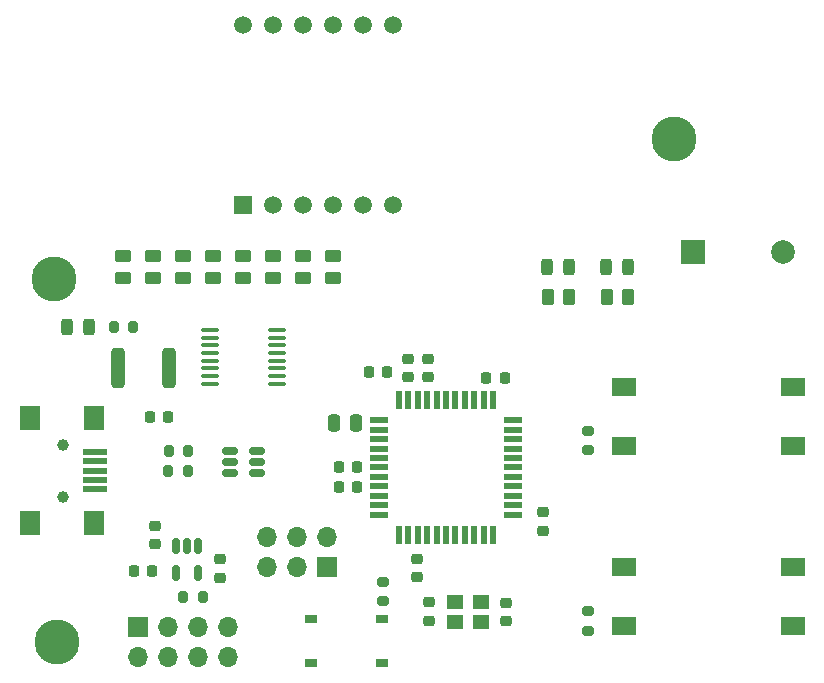
<source format=gbr>
%TF.GenerationSoftware,KiCad,Pcbnew,7.0.2*%
%TF.CreationDate,2023-04-20T12:49:32-06:00*%
%TF.ProjectId,Phase_B_KiCad_Bryce,50686173-655f-4425-9f4b-694361645f42,rev?*%
%TF.SameCoordinates,Original*%
%TF.FileFunction,Soldermask,Top*%
%TF.FilePolarity,Negative*%
%FSLAX46Y46*%
G04 Gerber Fmt 4.6, Leading zero omitted, Abs format (unit mm)*
G04 Created by KiCad (PCBNEW 7.0.2) date 2023-04-20 12:49:32*
%MOMM*%
%LPD*%
G01*
G04 APERTURE LIST*
G04 Aperture macros list*
%AMRoundRect*
0 Rectangle with rounded corners*
0 $1 Rounding radius*
0 $2 $3 $4 $5 $6 $7 $8 $9 X,Y pos of 4 corners*
0 Add a 4 corners polygon primitive as box body*
4,1,4,$2,$3,$4,$5,$6,$7,$8,$9,$2,$3,0*
0 Add four circle primitives for the rounded corners*
1,1,$1+$1,$2,$3*
1,1,$1+$1,$4,$5*
1,1,$1+$1,$6,$7*
1,1,$1+$1,$8,$9*
0 Add four rect primitives between the rounded corners*
20,1,$1+$1,$2,$3,$4,$5,0*
20,1,$1+$1,$4,$5,$6,$7,0*
20,1,$1+$1,$6,$7,$8,$9,0*
20,1,$1+$1,$8,$9,$2,$3,0*%
G04 Aperture macros list end*
%ADD10C,3.800000*%
%ADD11RoundRect,0.250000X0.450000X-0.262500X0.450000X0.262500X-0.450000X0.262500X-0.450000X-0.262500X0*%
%ADD12R,1.000000X0.700000*%
%ADD13RoundRect,0.200000X0.200000X0.275000X-0.200000X0.275000X-0.200000X-0.275000X0.200000X-0.275000X0*%
%ADD14RoundRect,0.100000X-0.637500X-0.100000X0.637500X-0.100000X0.637500X0.100000X-0.637500X0.100000X0*%
%ADD15R,2.000000X2.000000*%
%ADD16C,2.000000*%
%ADD17RoundRect,0.225000X0.250000X-0.225000X0.250000X0.225000X-0.250000X0.225000X-0.250000X-0.225000X0*%
%ADD18RoundRect,0.225000X0.225000X0.250000X-0.225000X0.250000X-0.225000X-0.250000X0.225000X-0.250000X0*%
%ADD19R,1.700000X1.700000*%
%ADD20O,1.700000X1.700000*%
%ADD21RoundRect,0.250000X-0.312500X-1.450000X0.312500X-1.450000X0.312500X1.450000X-0.312500X1.450000X0*%
%ADD22RoundRect,0.243750X-0.243750X-0.456250X0.243750X-0.456250X0.243750X0.456250X-0.243750X0.456250X0*%
%ADD23RoundRect,0.150000X-0.512500X-0.150000X0.512500X-0.150000X0.512500X0.150000X-0.512500X0.150000X0*%
%ADD24RoundRect,0.200000X-0.200000X-0.275000X0.200000X-0.275000X0.200000X0.275000X-0.200000X0.275000X0*%
%ADD25R,1.400000X1.200000*%
%ADD26RoundRect,0.250000X0.250000X0.475000X-0.250000X0.475000X-0.250000X-0.475000X0.250000X-0.475000X0*%
%ADD27RoundRect,0.200000X0.275000X-0.200000X0.275000X0.200000X-0.275000X0.200000X-0.275000X-0.200000X0*%
%ADD28RoundRect,0.225000X-0.225000X-0.250000X0.225000X-0.250000X0.225000X0.250000X-0.225000X0.250000X0*%
%ADD29RoundRect,0.250000X-0.262500X-0.450000X0.262500X-0.450000X0.262500X0.450000X-0.262500X0.450000X0*%
%ADD30C,1.000000*%
%ADD31R,2.000000X0.500000*%
%ADD32R,1.700000X2.000000*%
%ADD33RoundRect,0.150000X-0.150000X0.512500X-0.150000X-0.512500X0.150000X-0.512500X0.150000X0.512500X0*%
%ADD34R,2.000000X1.500000*%
%ADD35R,1.500000X0.550000*%
%ADD36R,0.550000X1.500000*%
%ADD37RoundRect,0.200000X-0.275000X0.200000X-0.275000X-0.200000X0.275000X-0.200000X0.275000X0.200000X0*%
%ADD38RoundRect,0.225000X-0.250000X0.225000X-0.250000X-0.225000X0.250000X-0.225000X0.250000X0.225000X0*%
%ADD39R,1.500000X1.500000*%
%ADD40C,1.500000*%
G04 APERTURE END LIST*
D10*
%TO.C,REF\u002A\u002A*%
X118174108Y-33331284D03*
%TD*%
%TO.C,REF\u002A\u002A*%
X66001283Y-75910154D03*
%TD*%
%TO.C,REF\u002A\u002A*%
X65708950Y-45160364D03*
%TD*%
D11*
%TO.C,R12*%
X86830000Y-45072500D03*
X86830000Y-43247500D03*
%TD*%
%TO.C,R9*%
X74130000Y-45072500D03*
X74130000Y-43247500D03*
%TD*%
D12*
%TO.C,S3*%
X93489992Y-77658313D03*
X87489992Y-77658313D03*
X93489992Y-73958313D03*
X87489992Y-73958313D03*
%TD*%
D13*
%TO.C,R14*%
X72415000Y-49240000D03*
X70765000Y-49240000D03*
%TD*%
D11*
%TO.C,R5*%
X89370000Y-45072500D03*
X89370000Y-43247500D03*
%TD*%
D14*
%TO.C,U2*%
X78887500Y-49505000D03*
X78887500Y-50155000D03*
X78887500Y-50805000D03*
X78887500Y-51455000D03*
X78887500Y-52105000D03*
X78887500Y-52755000D03*
X78887500Y-53405000D03*
X78887500Y-54055000D03*
X84612500Y-54055000D03*
X84612500Y-53405000D03*
X84612500Y-52755000D03*
X84612500Y-52105000D03*
X84612500Y-51455000D03*
X84612500Y-50805000D03*
X84612500Y-50155000D03*
X84612500Y-49505000D03*
%TD*%
D15*
%TO.C,LS1*%
X119860000Y-42890000D03*
D16*
X127460000Y-42890000D03*
%TD*%
D17*
%TO.C,C12*%
X74247873Y-67638314D03*
X74247873Y-66088314D03*
%TD*%
D18*
%TO.C,C8*%
X93955000Y-53025000D03*
X92405000Y-53025000D03*
%TD*%
D19*
%TO.C,J4*%
X72870000Y-74620000D03*
D20*
X72870000Y-77160000D03*
X75410000Y-74620000D03*
X75410000Y-77160000D03*
X77950000Y-74620000D03*
X77950000Y-77160000D03*
X80490000Y-74620000D03*
X80490000Y-77160000D03*
%TD*%
D21*
%TO.C,F1*%
X71159484Y-52735557D03*
X75434484Y-52735557D03*
%TD*%
D22*
%TO.C,D3*%
X66842500Y-49240000D03*
X68717500Y-49240000D03*
%TD*%
D23*
%TO.C,U4*%
X80612500Y-59720000D03*
X80612500Y-60670000D03*
X80612500Y-61620000D03*
X82887500Y-61620000D03*
X82887500Y-60670000D03*
X82887500Y-59720000D03*
%TD*%
D24*
%TO.C,R17*%
X76670000Y-72100000D03*
X78320000Y-72100000D03*
%TD*%
D25*
%TO.C,Y1*%
X101900000Y-72520000D03*
X99700000Y-72520000D03*
X99700000Y-74220000D03*
X101900000Y-74220000D03*
%TD*%
D17*
%TO.C,C3*%
X95720000Y-53520000D03*
X95720000Y-51970000D03*
%TD*%
D26*
%TO.C,C4*%
X91329126Y-57416113D03*
X89429126Y-57416113D03*
%TD*%
D19*
%TO.C,J2*%
X88832554Y-69540000D03*
D20*
X88832554Y-67000000D03*
X86292554Y-69540000D03*
X86292554Y-67000000D03*
X83752554Y-69540000D03*
X83752554Y-67000000D03*
%TD*%
D27*
%TO.C,R1*%
X110960000Y-59661827D03*
X110960000Y-58011827D03*
%TD*%
D11*
%TO.C,R7*%
X81750000Y-45072500D03*
X81750000Y-43247500D03*
%TD*%
D17*
%TO.C,C14*%
X79748645Y-70464421D03*
X79748645Y-68914421D03*
%TD*%
D28*
%TO.C,C15*%
X73850000Y-56860000D03*
X75400000Y-56860000D03*
%TD*%
D11*
%TO.C,R10*%
X71590000Y-45072500D03*
X71590000Y-43247500D03*
%TD*%
D29*
%TO.C,R3*%
X107507500Y-46700000D03*
X109332500Y-46700000D03*
%TD*%
D13*
%TO.C,R16*%
X77085992Y-59761119D03*
X75435992Y-59761119D03*
%TD*%
D27*
%TO.C,R2*%
X110960000Y-74980000D03*
X110960000Y-73330000D03*
%TD*%
D11*
%TO.C,R8*%
X76670000Y-45072500D03*
X76670000Y-43247500D03*
%TD*%
D18*
%TO.C,C9*%
X91359836Y-62759308D03*
X89809836Y-62759308D03*
%TD*%
D30*
%TO.C,J1*%
X66510000Y-59196883D03*
X66510000Y-63596883D03*
D31*
X69210000Y-59796883D03*
X69210000Y-60596883D03*
X69210000Y-61396883D03*
X69210000Y-62196883D03*
X69210000Y-62996883D03*
D32*
X69110000Y-56946883D03*
X63660000Y-56946883D03*
X69110000Y-65846883D03*
X63660000Y-65846883D03*
%TD*%
D17*
%TO.C,C11*%
X97367029Y-53508329D03*
X97367029Y-51958329D03*
%TD*%
D22*
%TO.C,D1*%
X107482500Y-44160000D03*
X109357500Y-44160000D03*
%TD*%
D18*
%TO.C,C10*%
X91415000Y-61140000D03*
X89865000Y-61140000D03*
%TD*%
D28*
%TO.C,C5*%
X102318821Y-53558415D03*
X103868821Y-53558415D03*
%TD*%
D33*
%TO.C,U5*%
X77940000Y-67775535D03*
X76990000Y-67775535D03*
X76040000Y-67775535D03*
X76040000Y-70050535D03*
X77940000Y-70050535D03*
%TD*%
D34*
%TO.C,S2*%
X113970000Y-69600000D03*
X128270000Y-69600000D03*
X113970000Y-74600000D03*
X128270000Y-74600000D03*
%TD*%
D18*
%TO.C,C13*%
X74036209Y-69904166D03*
X72486209Y-69904166D03*
%TD*%
D11*
%TO.C,R6*%
X79210000Y-45072500D03*
X79210000Y-43247500D03*
%TD*%
D35*
%TO.C,U3*%
X93210000Y-57140000D03*
X93210000Y-57940000D03*
X93210000Y-58740000D03*
X93210000Y-59540000D03*
X93210000Y-60340000D03*
X93210000Y-61140000D03*
X93210000Y-61940000D03*
X93210000Y-62740000D03*
X93210000Y-63540000D03*
X93210000Y-64340000D03*
X93210000Y-65140000D03*
D36*
X94910000Y-66840000D03*
X95710000Y-66840000D03*
X96510000Y-66840000D03*
X97310000Y-66840000D03*
X98110000Y-66840000D03*
X98910000Y-66840000D03*
X99710000Y-66840000D03*
X100510000Y-66840000D03*
X101310000Y-66840000D03*
X102110000Y-66840000D03*
X102910000Y-66840000D03*
D35*
X104610000Y-65140000D03*
X104610000Y-64340000D03*
X104610000Y-63540000D03*
X104610000Y-62740000D03*
X104610000Y-61940000D03*
X104610000Y-61140000D03*
X104610000Y-60340000D03*
X104610000Y-59540000D03*
X104610000Y-58740000D03*
X104610000Y-57940000D03*
X104610000Y-57140000D03*
D36*
X102910000Y-55440000D03*
X102110000Y-55440000D03*
X101310000Y-55440000D03*
X100510000Y-55440000D03*
X99710000Y-55440000D03*
X98910000Y-55440000D03*
X98110000Y-55440000D03*
X97310000Y-55440000D03*
X96510000Y-55440000D03*
X95710000Y-55440000D03*
X94910000Y-55440000D03*
%TD*%
D24*
%TO.C,R15*%
X75400698Y-61396883D03*
X77050698Y-61396883D03*
%TD*%
D34*
%TO.C,S1*%
X128270000Y-59360000D03*
X113970000Y-59360000D03*
X128270000Y-54360000D03*
X113970000Y-54360000D03*
%TD*%
D11*
%TO.C,R11*%
X84290000Y-45072500D03*
X84290000Y-43247500D03*
%TD*%
D37*
%TO.C,R13*%
X93560000Y-70830000D03*
X93560000Y-72480000D03*
%TD*%
D38*
%TO.C,C2*%
X104000881Y-72615415D03*
X104000881Y-74165415D03*
%TD*%
%TO.C,C7*%
X107150000Y-64950000D03*
X107150000Y-66500000D03*
%TD*%
%TO.C,C1*%
X97460000Y-72555000D03*
X97460000Y-74105000D03*
%TD*%
%TO.C,C6*%
X96439204Y-68869691D03*
X96439204Y-70419691D03*
%TD*%
D39*
%TO.C,U1*%
X81750000Y-38937500D03*
D40*
X84290000Y-38937500D03*
X86830000Y-38937500D03*
X89370000Y-38937500D03*
X91910000Y-38937500D03*
X94450000Y-38937500D03*
X94450000Y-23697500D03*
X91910000Y-23697500D03*
X89370000Y-23697500D03*
X86830000Y-23697500D03*
X84290000Y-23697500D03*
X81750000Y-23697500D03*
%TD*%
D29*
%TO.C,R4*%
X112500584Y-46688590D03*
X114325584Y-46688590D03*
%TD*%
D22*
%TO.C,D2*%
X112475584Y-44148590D03*
X114350584Y-44148590D03*
%TD*%
M02*

</source>
